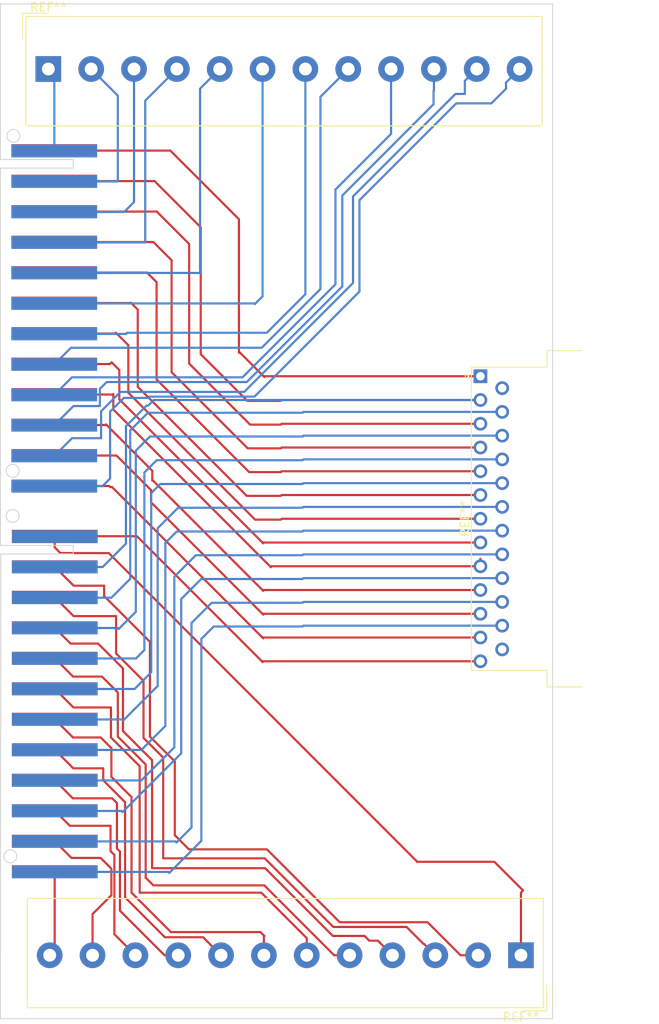
<source format=kicad_pcb>
(kicad_pcb (version 20221018) (generator pcbnew)
  (layers (0 "F.Cu" signal) (31 "B.Cu" signal) (34 "B.Paste" user) (35 "F.Paste" user) (36 "B.SilkS" user "B.Silkscreen") (37 "F.SilkS" user "F.Silkscreen") (38 "B.Mask" user) (39 "F.Mask" user) (44 "Edge.Cuts" user))
  (net 0 "")
  (footprint "infnoise_goldfingers:Gold Finger PCB" (layer "F.Cu") (at 123.569748 124.04 -90)
    (fp_text reference "SW2" hide)
    (fp_text value "MC74VHC1G66DFT1G" hide)
    (pad "1" smd rect (at -19.558 5.588 270) (size 1.5 10) (layers "F.Cu" "F.Paste" "F.Mask"))
    (pad "2" smd rect (at -16.002 5.588 270) (size 1.5 10) (layers "F.Cu" "F.Paste" "F.Mask"))
    (pad "3" smd rect (at -12.446 5.588 270) (size 1.5 10) (layers "F.Cu" "F.Paste" "F.Mask"))
    (pad "4" smd rect (at -8.89 5.588 270) (size 1.5 10) (layers "F.Cu" "F.Paste" "F.Mask"))
    (pad "5" smd rect (at -5.334 5.588 270) (size 1.5 10) (layers "F.Cu" "F.Paste" "F.Mask"))
    (pad "6" smd rect (at -1.778 5.588 270) (size 1.5 10) (layers "F.Cu" "F.Paste" "F.Mask"))
    (pad "7" smd rect (at 1.778 5.588 270) (size 1.5 10) (layers "F.Cu" "F.Paste" "F.Mask"))
    (pad "8" smd rect (at 5.334 5.588 270) (size 1.5 10) (layers "F.Cu" "F.Paste" "F.Mask"))
    (pad "9" smd rect (at 8.89 5.588 270) (size 1.5 10) (layers "F.Cu" "F.Paste" "F.Mask"))
    (pad "10" smd rect (at 12.446 5.588 270) (size 1.5 10) (layers "F.Cu" "F.Paste" "F.Mask"))
    (pad "11" smd rect (at 16.002 5.588 270) (size 1.5 10) (layers "F.Cu" "F.Paste" "F.Mask"))
    (pad "12" smd rect (at 19.558 5.588 270) (size 1.5 10) (layers "F.Cu" "F.Paste" "F.Mask"))
  )
  (footprint "infnoise_goldfingers:Gold Finger PCB" (layer "F.Cu") (at 123.513948 79.066 -90)
    (fp_text reference "SW2" hide)
    (fp_text value "MC74VHC1G66DFT1G" hide)
    (pad "1" smd rect (at -19.558 5.588 270) (size 1.5 10) (layers "F.Cu" "F.Paste" "F.Mask"))
    (pad "2" smd rect (at -16.002 5.588 270) (size 1.5 10) (layers "F.Cu" "F.Paste" "F.Mask"))
    (pad "3" smd rect (at -12.446 5.588 270) (size 1.5 10) (layers "F.Cu" "F.Paste" "F.Mask"))
    (pad "4" smd rect (at -8.89 5.588 270) (size 1.5 10) (layers "F.Cu" "F.Paste" "F.Mask"))
    (pad "5" smd rect (at -5.334 5.588 270) (size 1.5 10) (layers "F.Cu" "F.Paste" "F.Mask"))
    (pad "6" smd rect (at -1.778 5.588 270) (size 1.5 10) (layers "F.Cu" "F.Paste" "F.Mask"))
    (pad "7" smd rect (at 1.778 5.588 270) (size 1.5 10) (layers "F.Cu" "F.Paste" "F.Mask"))
    (pad "8" smd rect (at 5.334 5.588 270) (size 1.5 10) (layers "F.Cu" "F.Paste" "F.Mask"))
    (pad "9" smd rect (at 8.89 5.588 270) (size 1.5 10) (layers "F.Cu" "F.Paste" "F.Mask"))
    (pad "10" smd rect (at 12.446 5.588 270) (size 1.5 10) (layers "F.Cu" "F.Paste" "F.Mask"))
    (pad "11" smd rect (at 16.002 5.588 270) (size 1.5 10) (layers "F.Cu" "F.Paste" "F.Mask"))
    (pad "12" smd rect (at 19.558 5.588 270) (size 1.5 10) (layers "F.Cu" "F.Paste" "F.Mask"))
  )
  (footprint "TerminalBlock_Altech:Altech_AK300_1x12_P5.00mm_45-Degree" (layer "F.Cu") (at 117.242498 49.9925)
    (fp_text reference "REF**" (at 0 -7.2) (layer "F.SilkS"))
    (fp_text value "Altech_AK300_1x12_P5.00mm_45-Degree")
    (fp_line (start -3 -6.5) (end 0 -6.5) (stroke (width 0.12)) (layer "F.SilkS"))
    (fp_line (start -3 -3.5) (end -3 -6.5) (stroke (width 0.12)) (layer "F.SilkS"))
    (fp_line (start -2.62 -6.12) (end -2.62 6.62) (stroke (width 0.12)) (layer "F.SilkS"))
    (fp_line (start -2.62 -6.12) (end -2.62 6.62) (stroke (width 0.12)) (layer "F.SilkS"))
    (fp_line (start -2.62 -6.12) (end 57.62 -6.12) (stroke (width 0.12)) (layer "F.SilkS"))
    (fp_line (start -2.62 -6.12) (end 57.62 -6.12) (stroke (width 0.12)) (layer "F.SilkS"))
    (fp_line (start -2.62 6.62) (end 57.62 6.62) (stroke (width 0.12)) (layer "F.SilkS"))
    (fp_line (start -2.62 6.62) (end 57.62 6.62) (stroke (width 0.12)) (layer "F.SilkS"))
    (fp_line (start 57.62 -6.12) (end 57.62 6.62) (stroke (width 0.12)) (layer "F.SilkS"))
    (fp_line (start 57.62 -6.12) (end 57.62 6.62) (stroke (width 0.12)) (layer "F.SilkS"))
    (pad "1" thru_hole rect (at 0 0) (size 3 3) (drill 1.5) (layers "*.Cu" "*.Mask"))
    (pad "2" thru_hole circle (at 5 0) (size 3 3) (drill 1.5) (layers "*.Cu" "*.Mask"))
    (pad "3" thru_hole circle (at 10 0) (size 3 3) (drill 1.5) (layers "*.Cu" "*.Mask"))
    (pad "4" thru_hole circle (at 15 0) (size 3 3) (drill 1.5) (layers "*.Cu" "*.Mask"))
    (pad "5" thru_hole circle (at 20 0) (size 3 3) (drill 1.5) (layers "*.Cu" "*.Mask"))
    (pad "6" thru_hole circle (at 25 0) (size 3 3) (drill 1.5) (layers "*.Cu" "*.Mask"))
    (pad "7" thru_hole circle (at 30 0) (size 3 3) (drill 1.5) (layers "*.Cu" "*.Mask"))
    (pad "8" thru_hole circle (at 35 0) (size 3 3) (drill 1.5) (layers "*.Cu" "*.Mask"))
    (pad "9" thru_hole circle (at 40 0) (size 3 3) (drill 1.5) (layers "*.Cu" "*.Mask"))
    (pad "10" thru_hole circle (at 45 0) (size 3 3) (drill 1.5) (layers "*.Cu" "*.Mask"))
    (pad "11" thru_hole circle (at 50 0) (size 3 3) (drill 1.5) (layers "*.Cu" "*.Mask"))
    (pad "12" thru_hole circle (at 55 0) (size 3 3) (drill 1.5) (layers "*.Cu" "*.Mask"))
  )
  (footprint "Connector_Dsub:DSUB-25_Female_Horizontal_P2.77x2.54mm_EdgePinOffset9.40mm" (layer "F.Cu") (at 167.669667 85.825 90)
    (fp_text reference "REF**" (at -16.62 -1.8 90) (layer "F.SilkS"))
    (fp_text value "DSUB-25_Female_Horizontal_P2.77x2.54mm_EdgePinOffset9.40mm")
    (fp_line (start -36.23 7.78) (end -34.3 7.78) (stroke (width 0.12)) (layer "F.SilkS"))
    (fp_line (start -36.23 11.88) (end -36.23 7.78) (stroke (width 0.12)) (layer "F.SilkS"))
    (fp_line (start -34.3 -1.06) (end 1.06 -1.06) (stroke (width 0.12)) (layer "F.SilkS"))
    (fp_line (start -34.3 7.78) (end -34.3 -1.06) (stroke (width 0.12)) (layer "F.SilkS"))
    (fp_line (start -0.25 -1.754338) (end 0.25 -1.754338) (stroke (width 0.12)) (layer "F.SilkS"))
    (fp_line (start 0 -1.321325) (end -0.25 -1.754338) (stroke (width 0.12)) (layer "F.SilkS"))
    (fp_line (start 0.25 -1.754338) (end 0 -1.321325) (stroke (width 0.12)) (layer "F.SilkS"))
    (fp_line (start 1.06 -1.06) (end 1.06 7.78) (stroke (width 0.12)) (layer "F.SilkS"))
    (fp_line (start 1.06 7.78) (end 2.99 7.78) (stroke (width 0.12)) (layer "F.SilkS"))
    (fp_line (start 2.99 7.78) (end 2.99 11.88) (stroke (width 0.12)) (layer "F.SilkS"))
    (pad "1" thru_hole rect (at 0 0 90) (size 1.6 1.6) (drill 1) (layers "*.Cu" "*.Mask"))
    (pad "2" thru_hole circle (at -2.77 0 90) (size 1.6 1.6) (drill 1) (layers "*.Cu" "*.Mask"))
    (pad "3" thru_hole circle (at -5.54 0 90) (size 1.6 1.6) (drill 1) (layers "*.Cu" "*.Mask"))
    (pad "4" thru_hole circle (at -8.31 0 90) (size 1.6 1.6) (drill 1) (layers "*.Cu" "*.Mask"))
    (pad "5" thru_hole circle (at -11.08 0 90) (size 1.6 1.6) (drill 1) (layers "*.Cu" "*.Mask"))
    (pad "6" thru_hole circle (at -13.85 0 90) (size 1.6 1.6) (drill 1) (layers "*.Cu" "*.Mask"))
    (pad "7" thru_hole circle (at -16.62 0 90) (size 1.6 1.6) (drill 1) (layers "*.Cu" "*.Mask"))
    (pad "8" thru_hole circle (at -19.39 0 90) (size 1.6 1.6) (drill 1) (layers "*.Cu" "*.Mask"))
    (pad "9" thru_hole circle (at -22.16 0 90) (size 1.6 1.6) (drill 1) (layers "*.Cu" "*.Mask"))
    (pad "10" thru_hole circle (at -24.93 0 90) (size 1.6 1.6) (drill 1) (layers "*.Cu" "*.Mask"))
    (pad "11" thru_hole circle (at -27.7 0 90) (size 1.6 1.6) (drill 1) (layers "*.Cu" "*.Mask"))
    (pad "12" thru_hole circle (at -30.47 0 90) (size 1.6 1.6) (drill 1) (layers "*.Cu" "*.Mask"))
    (pad "13" thru_hole circle (at -33.24 0 90) (size 1.6 1.6) (drill 1) (layers "*.Cu" "*.Mask"))
    (pad "14" thru_hole circle (at -1.385 2.54 90) (size 1.6 1.6) (drill 1) (layers "*.Cu" "*.Mask"))
    (pad "15" thru_hole circle (at -4.155 2.54 90) (size 1.6 1.6) (drill 1) (layers "*.Cu" "*.Mask"))
    (pad "16" thru_hole circle (at -6.925 2.54 90) (size 1.6 1.6) (drill 1) (layers "*.Cu" "*.Mask"))
    (pad "17" thru_hole circle (at -9.695 2.54 90) (size 1.6 1.6) (drill 1) (layers "*.Cu" "*.Mask"))
    (pad "18" thru_hole circle (at -12.465 2.54 90) (size 1.6 1.6) (drill 1) (layers "*.Cu" "*.Mask"))
    (pad "19" thru_hole circle (at -15.235 2.54 90) (size 1.6 1.6) (drill 1) (layers "*.Cu" "*.Mask"))
    (pad "20" thru_hole circle (at -18.005 2.54 90) (size 1.6 1.6) (drill 1) (layers "*.Cu" "*.Mask"))
    (pad "21" thru_hole circle (at -20.775 2.54 90) (size 1.6 1.6) (drill 1) (layers "*.Cu" "*.Mask"))
    (pad "22" thru_hole circle (at -23.545 2.54 90) (size 1.6 1.6) (drill 1) (layers "*.Cu" "*.Mask"))
    (pad "23" thru_hole circle (at -26.315 2.54 90) (size 1.6 1.6) (drill 1) (layers "*.Cu" "*.Mask"))
    (pad "24" thru_hole circle (at -29.085 2.54 90) (size 1.6 1.6) (drill 1) (layers "*.Cu" "*.Mask"))
    (pad "25" thru_hole circle (at -31.855 2.54 90) (size 1.6 1.6) (drill 1) (layers "*.Cu" "*.Mask"))
  )
  (footprint "TerminalBlock_Altech:Altech_AK300_1x12_P5.00mm_45-Degree" (layer "F.Cu") (at 172.4 153.35 180)
    (fp_text reference "REF**" (at 0 -7.2) (layer "F.SilkS"))
    (fp_text value "Altech_AK300_1x12_P5.00mm_45-Degree")
    (fp_line (start -3 -6.5) (end 0 -6.5) (stroke (width 0.12)) (layer "F.SilkS"))
    (fp_line (start -3 -3.5) (end -3 -6.5) (stroke (width 0.12)) (layer "F.SilkS"))
    (fp_line (start -2.62 -6.12) (end -2.62 6.62) (stroke (width 0.12)) (layer "F.SilkS"))
    (fp_line (start -2.62 -6.12) (end -2.62 6.62) (stroke (width 0.12)) (layer "F.SilkS"))
    (fp_line (start -2.62 -6.12) (end 57.62 -6.12) (stroke (width 0.12)) (layer "F.SilkS"))
    (fp_line (start -2.62 -6.12) (end 57.62 -6.12) (stroke (width 0.12)) (layer "F.SilkS"))
    (fp_line (start -2.62 6.62) (end 57.62 6.62) (stroke (width 0.12)) (layer "F.SilkS"))
    (fp_line (start -2.62 6.62) (end 57.62 6.62) (stroke (width 0.12)) (layer "F.SilkS"))
    (fp_line (start 57.62 -6.12) (end 57.62 6.62) (stroke (width 0.12)) (layer "F.SilkS"))
    (fp_line (start 57.62 -6.12) (end 57.62 6.62) (stroke (width 0.12)) (layer "F.SilkS"))
    (pad "1" thru_hole rect (at 0 0 180) (size 3 3) (drill 1.5) (layers "*.Cu" "*.Mask"))
    (pad "2" thru_hole circle (at 5 0 180) (size 3 3) (drill 1.5) (layers "*.Cu" "*.Mask"))
    (pad "3" thru_hole circle (at 10 0 180) (size 3 3) (drill 1.5) (layers "*.Cu" "*.Mask"))
    (pad "4" thru_hole circle (at 15 0 180) (size 3 3) (drill 1.5) (layers "*.Cu" "*.Mask"))
    (pad "5" thru_hole circle (at 20 0 180) (size 3 3) (drill 1.5) (layers "*.Cu" "*.Mask"))
    (pad "6" thru_hole circle (at 25 0 180) (size 3 3) (drill 1.5) (layers "*.Cu" "*.Mask"))
    (pad "7" thru_hole circle (at 30 0 180) (size 3 3) (drill 1.5) (layers "*.Cu" "*.Mask"))
    (pad "8" thru_hole circle (at 35 0 180) (size 3 3) (drill 1.5) (layers "*.Cu" "*.Mask"))
    (pad "9" thru_hole circle (at 40 0 180) (size 3 3) (drill 1.5) (layers "*.Cu" "*.Mask"))
    (pad "10" thru_hole circle (at 45 0 180) (size 3 3) (drill 1.5) (layers "*.Cu" "*.Mask"))
    (pad "11" thru_hole circle (at 50 0 180) (size 3 3) (drill 1.5) (layers "*.Cu" "*.Mask"))
    (pad "12" thru_hole circle (at 55 0 180) (size 3 3) (drill 1.5) (layers "*.Cu" "*.Mask"))
  )
  (footprint "infnoise_goldfingers:Gold Finger PCB bottom" (layer "B.Cu") (at 123.587998 126.128 90)
    (fp_text reference "SW2" hide)
    (fp_text value "MC74VHC1G66DFT1G" hide)
    (pad "1" smd rect (at 21.59 -5.588 90) (size 1.5 10) (layers "B.Cu" "B.Paste" "B.Mask"))
    (pad "2" smd rect (at 18.058 -5.588 90) (size 1.5 10) (layers "B.Cu" "B.Paste" "B.Mask"))
    (pad "3" smd rect (at 14.478 -5.588 90) (size 1.5 10) (layers "B.Cu" "B.Paste" "B.Mask"))
    (pad "4" smd rect (at 10.946 -5.588 90) (size 1.5 10) (layers "B.Cu" "B.Paste" "B.Mask"))
    (pad "5" smd rect (at 7.39 -5.588 90) (size 1.5 10) (layers "B.Cu" "B.Paste" "B.Mask"))
    (pad "6" smd rect (at 3.834 -5.588 90) (size 1.5 10) (layers "B.Cu" "B.Paste" "B.Mask"))
    (pad "7" smd rect (at 0.278 -5.588 90) (size 1.5 10) (layers "B.Cu" "B.Paste" "B.Mask"))
    (pad "8" smd rect (at -3.278 -5.588 90) (size 1.5 10) (layers "B.Cu" "B.Paste" "B.Mask"))
    (pad "9" smd rect (at -6.834 -5.588 90) (size 1.5 10) (layers "B.Cu" "B.Paste" "B.Mask"))
    (pad "10" smd rect (at -10.39 -5.588 90) (size 1.5 10) (layers "B.Cu" "B.Paste" "B.Mask"))
    (pad "11" smd rect (at -13.946 -5.588 90) (size 1.5 10) (layers "B.Cu" "B.Paste" "B.Mask"))
    (pad "12" smd rect (at -17.502 -5.588 90) (size 1.5 10) (layers "B.Cu" "B.Paste" "B.Mask"))
  )
  (footprint "infnoise_goldfingers:Gold Finger PCB bottom" (layer "B.Cu") (at 112.356198 77.054 -90)
    (fp_text reference "SW2" hide)
    (fp_text value "MC74VHC1G66DFT1G" hide)
    (pad "1" smd rect (at 21.59 -5.588 270) (size 1.5 10) (layers "B.Cu" "B.Paste" "B.Mask"))
    (pad "2" smd rect (at 18.058 -5.588 270) (size 1.5 10) (layers "B.Cu" "B.Paste" "B.Mask"))
    (pad "3" smd rect (at 14.478 -5.588 270) (size 1.5 10) (layers "B.Cu" "B.Paste" "B.Mask"))
    (pad "4" smd rect (at 10.946 -5.588 270) (size 1.5 10) (layers "B.Cu" "B.Paste" "B.Mask"))
    (pad "5" smd rect (at 7.39 -5.588 270) (size 1.5 10) (layers "B.Cu" "B.Paste" "B.Mask"))
    (pad "6" smd rect (at 3.834 -5.588 270) (size 1.5 10) (layers "B.Cu" "B.Paste" "B.Mask"))
    (pad "7" smd rect (at 0.278 -5.588 270) (size 1.5 10) (layers "B.Cu" "B.Paste" "B.Mask"))
    (pad "8" smd rect (at -3.278 -5.588 270) (size 1.5 10) (layers "B.Cu" "B.Paste" "B.Mask"))
    (pad "9" smd rect (at -6.834 -5.588 270) (size 1.5 10) (layers "B.Cu" "B.Paste" "B.Mask"))
    (pad "10" smd rect (at -10.39 -5.588 270) (size 1.5 10) (layers "B.Cu" "B.Paste" "B.Mask"))
    (pad "11" smd rect (at -13.946 -5.588 270) (size 1.5 10) (layers "B.Cu" "B.Paste" "B.Mask"))
    (pad "12" smd rect (at -17.502 -5.588 270) (size 1.5 10) (layers "B.Cu" "B.Paste" "B.Mask"))
  )
  (gr_line (start 111.65 105.55) (end 120.15 105.55) (stroke (width 0.1)) (layer "Edge.Cuts"))
  (gr_line (start 120.15 60.55) (end 120.15 61.55) (stroke (width 0.1)) (layer "Edge.Cuts"))
  (gr_line (start 111.65 160.75) (end 176.1 160.75) (stroke (width 0.1)) (layer "Edge.Cuts"))
  (gr_line (start 111.65 60.55) (end 120.15 60.55) (stroke (width 0.1)) (layer "Edge.Cuts"))
  (gr_line (start 120.15 61.55) (end 111.65 61.55) (stroke (width 0.1)) (layer "Edge.Cuts"))
  (gr_line (start 176.1 160.75) (end 176.1 42.4) (stroke (width 0.1)) (layer "Edge.Cuts"))
  (gr_line (start 176.1 42.4) (end 111.65 42.4) (stroke (width 0.1)) (layer "Edge.Cuts"))
  (gr_circle (center 113.08 96.855282) (end 113.48 97.495282) (stroke (width 0.1)) (fill none) (layer "Edge.Cuts"))
  (gr_circle (center 113.16 57.785282) (end 113.56 58.425282) (stroke (width 0.1)) (fill none) (layer "Edge.Cuts"))
  (gr_circle (center 112.8 141.815282) (end 113.2 142.455282) (stroke (width 0.1)) (fill none) (layer "Edge.Cuts"))
  (gr_line (start 120.15 105.55) (end 120.15 106.55) (stroke (width 0.1)) (layer "Edge.Cuts"))
  (gr_circle (center 113.08 102.11) (end 113.48 102.75) (stroke (width 0.1)) (fill none) (layer "Edge.Cuts"))
  (gr_line (start 111.65 61.55) (end 111.65 105.55) (stroke (width 0.1)) (layer "Edge.Cuts"))
  (gr_line (start 111.65 160.75) (end 111.7 106.55) (stroke (width 0.1)) (layer "Edge.Cuts"))
  (gr_line (start 111.65 42.4) (end 111.65 60.55) (stroke (width 0.1)) (layer "Edge.Cuts"))
  (gr_line (start 120.15 106.55) (end 111.7 106.55) (stroke (width 0.1)) (layer "Edge.Cuts"))
  (segment (start 141.990473 116.059525) (end 124.680948 98.75) (width 0.25) (layer "F.Cu") (net 0))
  (segment (start 140.470948 88.695) (end 135.025948 83.25) (width 0.25) (layer "F.Cu") (net 0))
  (segment (start 117.981748 125.818) (end 120.113748 127.95) (width 0.25) (layer "F.Cu") (net 0))
  (segment (start 129.225948 99.1) (end 125.193948 95.068) (width 0.25) (layer "F.Cu") (net 0))
  (segment (start 122.4 148.55) (end 122.4 153.35) (width 0.25) (layer "F.Cu") (net 0))
  (segment (start 117.981748 104.482) (end 117.981748 105.781748) (width 0.25) (layer "F.Cu") (net 0))
  (segment (start 142.45 151.1) (end 142.4 151.15) (width 0.25) (layer "F.Cu") (net 0))
  (segment (start 120.157748 131.55) (end 123.65 131.55) (width 0.25) (layer "F.Cu") (net 0))
  (segment (start 127.581998 104.482) (end 142.124998 119.025) (width 0.25) (layer "F.Cu") (net 0))
  (segment (start 142.325948 110.855) (end 142.235473 110.764525) (width 0.25) (layer "F.Cu") (net 0))
  (segment (start 144.469667 91.365) (end 144.369667 91.465) (width 0.25) (layer "F.Cu") (net 0))
  (segment (start 167.669667 107.985) (end 167.669667 107.1) (width 0.25) (layer "F.Cu") (net 0))
  (segment (start 142.225948 116.295) (end 141.990473 116.059525) (width 0.25) (layer "F.Cu") (net 0))
  (segment (start 155.7 151.65) (end 157.4 153.35) (width 0.25) (layer "F.Cu") (net 0))
  (segment (start 165.35 153.35) (end 167.4 153.35) (width 0.25) (layer "F.Cu") (net 0))
  (segment (start 161 152) (end 161.05 152) (width 0.25) (layer "F.Cu") (net 0))
  (segment (start 129.875948 74.85) (end 128.757948 73.732) (width 0.25) (layer "F.Cu") (net 0))
  (segment (start 142.124998 119.025) (end 142.264998 119.165) (width 0.25) (layer "F.Cu") (net 0))
  (segment (start 129.1 116.8) (end 129.1 127.85) (width 0.25) (layer "F.Cu") (net 0))
  (segment (start 126.875948 77.25) (end 126.837948 77.288) (width 0.25) (layer "F.Cu") (net 0))
  (segment (start 140.510948 94.235) (end 131.625948 85.35) (width 0.25) (layer "F.Cu") (net 0))
  (segment (start 131.483948 59.508) (end 117.925948 59.508) (width 0.25) (layer "F.Cu") (net 0))
  (segment (start 133.675948 70.4) (end 129.875948 66.6) (width 0.25) (layer "F.Cu") (net 0))
  (segment (start 167.669667 113.525) (end 142.225948 113.525) (width 0.25) (layer "F.Cu") (net 0))
  (segment (start 167.669667 107.985) (end 143.310948 107.985) (width 0.25) (layer "F.Cu") (net 0))
  (segment (start 129.225948 100.525) (end 129.225948 99.1) (width 0.25) (layer "F.Cu") (net 0))
  (segment (start 129.501948 70.176) (end 117.925948 70.176) (width 0.25) (layer "F.Cu") (net 0))
  (segment (start 151.25 149.5) (end 161.5 149.5) (width 0.25) (layer "F.Cu") (net 0))
  (segment (start 131.625948 85.35) (end 131.625948 72.3) (width 0.25) (layer "F.Cu") (net 0))
  (segment (start 117.981748 118.706) (end 120.125748 120.85) (width 0.25) (layer "F.Cu") (net 0))
  (segment (start 142.325948 105.315) (end 142.205473 105.194525) (width 0.25) (layer "F.Cu") (net 0))
  (segment (start 141.370948 102.545) (end 126.575948 87.75) (width 0.25) (layer "F.Cu") (net 0))
  (segment (start 150.5 150.05) (end 159.05 150.05) (width 0.25) (layer "F.Cu") (net 0))
  (segment (start 124.3 106.45) (end 160.25 142.4) (width 0.25) (layer "F.Cu") (net 0))
  (segment (start 126.575948 87.75) (end 126.575948 82.2) (width 0.25) (layer "F.Cu") (net 0))
  (segment (start 160.25 142.45) (end 169.3 142.45) (width 0.25) (layer "F.Cu") (net 0))
  (segment (start 154.7 151.65) (end 155.7 151.65) (width 0.25) (layer "F.Cu") (net 0))
  (segment (start 160.25 142.4) (end 160.25 142.45) (width 0.25) (layer "F.Cu") (net 0))
  (segment (start 126.2 135.5) (end 126.2 146.6) (width 0.25) (layer "F.Cu") (net 0))
  (segment (start 142.225948 113.525) (end 142.100473 113.399525) (width 0.25) (layer "F.Cu") (net 0))
  (segment (start 119.745748 138.25) (end 124.5 138.25) (width 0.25) (layer "F.Cu") (net 0))
  (segment (start 167.669667 119.065) (end 142.164998 119.065) (width 0.25) (layer "F.Cu") (net 0))
  (segment (start 161.5 149.5) (end 165.35 153.35) (width 0.25) (layer "F.Cu") (net 0))
  (segment (start 154.15 151.1) (end 154.7 151.65) (width 0.25) (layer "F.Cu") (net 0))
  (segment (start 128.35 121.35) (end 128.35 128) (width 0.25) (layer "F.Cu") (net 0))
  (segment (start 142.4 151.15) (end 142.4 153.35) (width 0.25) (layer "F.Cu") (net 0))
  (segment (start 144.369667 94.235) (end 140.510948 94.235) (width 0.25) (layer "F.Cu") (net 0))
  (segment (start 167.669667 96.905) (end 144.469667 96.905) (width 0.25) (layer "F.Cu") (net 0))
  (segment (start 144.369667 97.005) (end 140.680948 97.005) (width 0.25) (layer "F.Cu") (net 0))
  (segment (start 128.35 128) (end 130.65 130.3) (width 0.25) (layer "F.Cu") (net 0))
  (segment (start 139.485948 67.51) (end 131.483948 59.508) (width 0.25) (layer "F.Cu") (net 0))
  (segment (start 129.611948 63.064) (end 117.925948 63.064) (width 0.25) (layer "F.Cu") (net 0))
  (segment (start 117.981748 140.042) (end 119.939748 142) (width 0.25) (layer "F.Cu") (net 0))
  (segment (start 130.85 151.25) (end 135.3 151.25) (width 0.25) (layer "F.Cu") (net 0))
  (segment (start 130.65 130.3) (end 130.65 142.05) (width 0.25) (layer "F.Cu") (net 0))
  (segment (start 142.360948 85.825) (end 142.192973 85.657025) (width 0.25) (layer "F.Cu") (net 0))
  (segment (start 125.25 135.6) (end 125.25 140.9) (width 0.25) (layer "F.Cu") (net 0))
  (segment (start 124.349948 98.624) (end 117.925948 98.624) (width 0.25) (layer "F.Cu") (net 0))
  (segment (start 126.575948 82.2) (end 125.125948 80.75) (width 0.25) (layer "F.Cu") (net 0))
  (segment (start 132 139.35) (end 133.65 141) (width 0.25) (layer "F.Cu") (net 0))
  (segment (start 124.95 150.9) (end 127.4 153.35) (width 0.25) (layer "F.Cu") (net 0))
  (segment (start 172.65 145.8) (end 172.4 146.05) (width 0.25) (layer "F.Cu") (net 0))
  (segment (start 125.35 127.85) (end 128.6 131.1) (width 0.25) (layer "F.Cu") (net 0))
  (segment (start 123.05 117) (end 125.95 119.9) (width 0.25) (layer "F.Cu") (net 0))
  (segment (start 124.825948 87.9) (end 124.769948 87.956) (width 0.25) (layer "F.Cu") (net 0))
  (segment (start 117.981748 136.486) (end 119.745748 138.25) (width 0.25) (layer "F.Cu") (net 0))
  (segment (start 124.5 138.25) (end 124.5 141.2) (width 0.25) (layer "F.Cu") (net 0))
  (segment (start 150.6 153.35) (end 152.4 153.35) (width 0.25) (layer "F.Cu") (net 0))
  (segment (start 142.205473 105.194525) (end 125.560948 88.55) (width 0.25) (layer "F.Cu") (net 0))
  (segment (start 127.675948 78.05) (end 126.875948 77.25) (width 0.25) (layer "F.Cu") (net 0))
  (segment (start 123.75 110.25) (end 123.75 111.45) (width 0.25) (layer "F.Cu") (net 0))
  (segment (start 124.825948 89.7) (end 124.825948 87.9) (width 0.25) (layer "F.Cu") (net 0))
  (segment (start 117.981748 111.594) (end 120.187748 113.8) (width 0.25) (layer "F.Cu") (net 0))
  (segment (start 167.669667 102.445) (end 144.469667 102.445) (width 0.25) (layer "F.Cu") (net 0))
  (segment (start 144.469667 96.905) (end 144.369667 97.005) (width 0.25) (layer "F.Cu") (net 0))
  (segment (start 144.149998 88.595) (end 144.049998 88.695) (width 0.25) (layer "F.Cu") (net 0))
  (segment (start 131.55 150.65) (end 142 150.65) (width 0.25) (layer "F.Cu") (net 0))
  (segment (start 128.6 131.1) (end 128.6 144.3) (width 0.25) (layer "F.Cu") (net 0))
  (segment (start 144.369667 102.545) (end 141.370948 102.545) (width 0.25) (layer "F.Cu") (net 0))
  (segment (start 139.485948 82.95) (end 139.485948 67.51) (width 0.25) (layer "F.Cu") (net 0))
  (segment (start 167.669667 94.135) (end 144.469667 94.135) (width 0.25) (layer "F.Cu") (net 0))
  (segment (start 135.3 151.25) (end 137.4 153.35) (width 0.25) (layer "F.Cu") (net 0))
  (segment (start 126.95 146.05) (end 131.55 150.65) (width 0.25) (layer "F.Cu") (net 0))
  (segment (start 143.210948 108.085) (end 124.825948 89.7) (width 0.25) (layer "F.Cu") (net 0))
  (segment (start 142.1 146.05) (end 147.4 151.35) (width 0.25) (layer "F.Cu") (net 0))
  (segment (start 125.25 140.9) (end 125.6 141.25) (width 0.25) (layer "F.Cu") (net 0))
  (segment (start 125.560948 88.55) (end 125.525948 88.55) (width 0.25) (layer "F.Cu") (net 0))
  (segment (start 124.6 143.25) (end 124.6 146.35) (width 0.25) (layer "F.Cu") (net 0))
  (segment (start 140.400948 99.775) (end 127.675948 87.05) (width 0.25) (layer "F.Cu") (net 0))
  (segment (start 117.981748 115.15) (end 119.831748 117) (width 0.25) (layer "F.Cu") (net 0))
  (segment (start 140.790948 91.465) (end 133.675948 84.35) (width 0.25) (layer "F.Cu") (net 0))
  (segment (start 144.469667 99.675) (end 144.369667 99.775) (width 0.25) (layer "F.Cu") (net 0))
  (segment (start 125.525948 88.55) (end 125.525948 85.1) (width 0.25) (layer "F.Cu") (net 0))
  (segment (start 142.325948 116.395) (end 141.990473 116.059525) (width 0.25) (layer "F.Cu") (net 0))
  (segment (start 159.05 150.05) (end 161 152) (width 0.25) (layer "F.Cu") (net 0))
  (segment (start 143.310948 107.985) (end 143.210948 108.085) (width 0.25) (layer "F.Cu") (net 0))
  (segment (start 167.669667 110.755) (end 142.244998 110.755) (width 0.25) (layer "F.Cu") (net 0))
  (segment (start 126.2 146.6) (end 130.85 151.25) (width 0.25) (layer "F.Cu") (net 0))
  (segment (start 125.6 141.25) (end 125.6 148.15) (width 0.25) (layer "F.Cu") (net 0))
  (segment (start 124.5 141.2) (end 124.95 141.65) (width 0.25) (layer "F.Cu") (net 0))
  (segment (start 125.95 127.2) (end 129.35 130.6) (width 0.25) (layer "F.Cu") (net 0))
  (segment (start 124.769948 87.956) (end 117.925948 87.956) (width 0.25) (layer "F.Cu") (net 0))
  (segment (start 127.9 131.3) (end 127.9 146.05) (width 0.25) (layer "F.Cu") (net 0))
  (segment (start 117.981748 152.768252) (end 117.4 153.35) (width 0.25) (layer "F.Cu") (net 0))
  (segment (start 125.6 148.15) (end 130.8 153.35) (width 0.25) (layer "F.Cu") (net 0))
  (segment (start 123.35 127.95) (end 124.6 129.2) (width 0.25) (layer "F.Cu") (net 0))
  (segment (start 144.469667 102.445) (end 144.369667 102.545) (width 0.25) (layer "F.Cu") (net 0))
  (segment (start 124.425948 84.4) (end 117.925948 84.4) (width 0.25) (layer "F.Cu") (net 0))
  (segment (start 142 150.65) (end 142.45 151.1) (width 0.25) (layer "F.Cu") (net 0))
  (segment (start 123.35 142) (end 124.6 143.25) (width 0.25) (layer "F.Cu") (net 0))
  (segment (start 167.669667 116.295) (end 142.225948 116.295) (width 0.25) (layer "F.Cu") (net 0))
  (segment (start 117.981748 129.374) (end 120.157748 131.55) (width 0.25) (layer "F.Cu") (net 0))
  (segment (start 131.625948 72.3) (end 129.501948 70.176) (width 0.25) (layer "F.Cu") (net 0))
  (segment (start 123.65 131.55) (end 123.65 132.95) (width 0.25) (layer "F.Cu") (net 0))
  (segment (start 124.680948 98.75) (end 124.475948 98.75) (width 0.25) (layer "F.Cu") (net 0))
  (segment (start 142.235473 110.764525) (end 129.470948 98) (width 0.25) (layer "F.Cu") (net 0))
  (segment (start 140.680948 97.005) (end 129.875948 86.2) (width 0.25) (layer "F.Cu") (net 0))
  (segment (start 142.55 143.2) (end 150.45 151.1) (width 0.25) (layer "F.Cu") (net 0))
  (segment (start 118.65 106.45) (end 124.3 106.45) (width 0.25) (layer "F.Cu") (net 0))
  (segment (start 129.875948 86.2) (end 129.875948 74.85) (width 0.25) (layer "F.Cu") (net 0))
  (segment (start 142.100473 113.399525) (end 129.225948 100.525) (width 0.25) (layer "F.Cu") (net 0))
  (segment (start 127.9 146.05) (end 142.1 146.05) (width 0.25) (layer "F.Cu") (net 0))
  (segment (start 120.193748 110.25) (end 123.75 110.25) (width 0.25) (layer "F.Cu") (net 0))
  (segment (start 142.45 145.2) (end 150.6 153.35) (width 0.25) (layer "F.Cu") (net 0))
  (segment (start 125.525948 85.1) (end 124.625948 84.2) (width 0.25) (layer "F.Cu") (net 0))
  (segment (start 125.125948 80.75) (end 125.031948 80.844) (width 0.25) (layer "F.Cu") (net 0))
  (segment (start 128.757948 73.732) (end 117.925948 73.732) (width 0.25) (layer "F.Cu") (net 0))
  (segment (start 135.025948 83.25) (end 135.025948 68.45) (width 0.25) (layer "F.Cu") (net 0))
  (segment (start 172.4 146.05) (end 172.4 153.35) (width 0.25) (layer "F.Cu") (net 0))
  (segment (start 169.3 142.45) (end 172.65 145.8) (width 0.25) (layer "F.Cu") (net 0))
  (segment (start 142.460948 85.925) (end 142.192973 85.657025) (width 0.25) (layer "F.Cu") (net 0))
  (segment (start 124.6 129.2) (end 124.6 132.55) (width 0.25) (layer "F.Cu") (net 0))
  (segment (start 125.15 118.15) (end 128.35 121.35) (width 0.25) (layer "F.Cu") (net 0))
  (segment (start 142.5 142.05) (end 150.5 150.05) (width 0.25) (layer "F.Cu") (net 0))
  (segment (start 142.225948 105.215) (end 142.205473 105.194525) (width 0.25) (layer "F.Cu") (net 0))
  (segment (start 167.669667 91.365) (end 144.469667 91.365) (width 0.25) (layer "F.Cu") (net 0))
  (segment (start 119.831748 117) (end 123.05 117) (width 0.25) (layer "F.Cu") (net 0))
  (segment (start 130.8 153.35) (end 132.4 153.35) (width 0.25) (layer "F.Cu") (net 0))
  (segment (start 129.35 143.2) (end 142.55 143.2) (width 0.25) (layer "F.Cu") (net 0))
  (segment (start 127.675948 87.05) (end 127.675948 78.05) (width 0.25) (layer "F.Cu") (net 0))
  (segment (start 125.031948 80.844) (end 117.925948 80.844) (width 0.25) (layer "F.Cu") (net 0))
  (segment (start 130.65 142.05) (end 142.5 142.05) (width 0.25) (layer "F.Cu") (net 0))
  (segment (start 123.975948 91.45) (end 123.913948 91.512) (width 0.25) (layer "F.Cu") (net 0))
  (segment (start 125.193948 95.068) (end 117.925948 95.068) (width 0.25) (layer "F.Cu") (net 0))
  (segment (start 124.95 141.65) (end 124.95 150.9) (width 0.25) (layer "F.Cu") (net 0))
  (segment (start 124.55 124.45) (end 124.55 127.95) (width 0.25) (layer "F.Cu") (net 0))
  (segment (start 167.669667 99.675) (end 144.469667 99.675) (width 0.25) (layer "F.Cu") (net 0))
  (segment (start 120.101748 135.05) (end 124.7 135.05) (width 0.25) (layer "F.Cu") (net 0))
  (segment (start 125.15 113.8) (end 125.15 118.15) (width 0.25) (layer "F.Cu") (net 0))
  (segment (start 142.244998 110.755) (end 142.235473 110.764525) (width 0.25) (layer "F.Cu") (net 0))
  (segment (start 129.855948 66.62) (end 117.925948 66.62) (width 0.25) (layer "F.Cu") (net 0))
  (segment (start 150.45 151.1) (end 154.15 151.1) (width 0.25) (layer "F.Cu") (net 0))
  (segment (start 119.939748 142) (end 123.35 142) (width 0.25) (layer "F.Cu") (net 0))
  (segment (start 144.369667 88.695) (end 144.049998 88.695) (width 0.25) (layer "F.Cu") (net 0))
  (segment (start 142.325948 113.625) (end 142.100473 113.399525) (width 0.25) (layer "F.Cu") (net 0))
  (segment (start 125.95 119.9) (end 125.95 127.2) (width 0.25) (layer "F.Cu") (net 0))
  (segment (start 126.95 134.9) (end 126.95 146.05) (width 0.25) (layer "F.Cu") (net 0))
  (segment (start 124.625948 84.2) (end 124.425948 84.4) (width 0.25) (layer "F.Cu") (net 0))
  (segment (start 129.1 127.85) (end 132 130.75) (width 0.25) (layer "F.Cu") (net 0))
  (segment (start 120.169748 124.45) (end 124.55 124.45) (width 0.25) (layer "F.Cu") (net 0))
  (segment (start 117.981748 122.262) (end 120.169748 124.45) (width 0.25) (layer "F.Cu") (net 0))
  (segment (start 126.837948 77.288) (end 117.925948 77.288) (width 0.25) (layer "F.Cu") (net 0))
  (segment (start 129.625948 63.05) (end 129.611948 63.064) (width 0.25) (layer "F.Cu") (net 0))
  (segment (start 123.75 111.45) (end 129.1 116.8) (width 0.25) (layer "F.Cu") (net 0))
  (segment (start 124.6 146.35) (end 122.4 148.55) (width 0.25) (layer "F.Cu") (net 0))
  (segment (start 167.669667 105.215) (end 142.225948 105.215) (width 0.25) (layer "F.Cu") (net 0))
  (segment (start 161.05 152) (end 162.4 153.35) (width 0.25) (layer "F.Cu") (net 0))
  (segment (start 142.164998 119.065) (end 142.124998 119.025) (width 0.25) (layer "F.Cu") (net 0))
  (segment (start 147.4 151.35) (end 147.4 153.35) (width 0.25) (layer "F.Cu") (net 0))
  (segment (start 129.375948 96.85) (end 123.975948 91.45) (width 0.25) (layer "F.Cu") (net 0))
  (segment (start 120.125748 120.85) (end 123.5 120.85) (width 0.25) (layer "F.Cu") (net 0))
  (segment (start 117.981748 105.781748) (end 118.65 106.45) (width 0.25) (layer "F.Cu") (net 0))
  (segment (start 129.470948 98) (end 129.375948 98) (width 0.25) (layer "F.Cu") (net 0))
  (segment (start 124.7 135.05) (end 125.25 135.6) (width 0.25) (layer "F.Cu") (net 0))
  (segment (start 139.485948 83.085) (end 139.485948 82.95) (width 0.25) (layer "F.Cu") (net 0))
  (segment (start 167.669667 85.825) (end 142.360948 85.825) (width 0.25) (layer "F.Cu") (net 0))
  (segment (start 124.55 127.95) (end 127.9 131.3) (width 0.25) (layer "F.Cu") (net 0))
  (segment (start 125.35 122.7) (end 125.35 127.85) (width 0.25) (layer "F.Cu") (net 0))
  (segment (start 129.5 145.2) (end 142.45 145.2) (width 0.25) (layer "F.Cu") (net 0))
  (segment (start 132 130.75) (end 132 139.35) (width 0.25) (layer "F.Cu") (net 0))
  (segment (start 117.981748 108.038) (end 120.193748 110.25) (width 0.25) (layer "F.Cu") (net 0))
  (segment (start 117.981748 104.482) (end 127.581998 104.482) (width 0.25) (layer "F.Cu") (net 0))
  (segment (start 129.35 130.6) (end 129.35 143.2) (width 0.25) (layer "F.Cu") (net 0))
  (segment (start 123.5 120.85) (end 125.35 122.7) (width 0.25) (layer "F.Cu") (net 0))
  (segment (start 129.875948 66.6) (end 129.855948 66.62) (width 0.25) (layer "F.Cu") (net 0))
  (segment (start 129.375948 98) (end 129.375948 96.85) (width 0.25) (layer "F.Cu") (net 0))
  (segment (start 133.65 141) (end 142.75 141) (width 0.25) (layer "F.Cu") (net 0))
  (segment (start 167.669667 88.595) (end 144.149998 88.595) (width 0.25) (layer "F.Cu") (net 0))
  (segment (start 117.981748 132.93) (end 120.101748 135.05) (width 0.25) (layer "F.Cu") (net 0))
  (segment (start 123.65 132.95) (end 126.2 135.5) (width 0.25) (layer "F.Cu") (net 0))
  (segment (start 128.6 144.3) (end 129.5 145.2) (width 0.25) (layer "F.Cu") (net 0))
  (segment (start 123.913948 91.512) (end 117.925948 91.512) (width 0.25) (layer "F.Cu") (net 0))
  (segment (start 120.113748 127.95) (end 123.35 127.95) (width 0.25) (layer "F.Cu") (net 0))
  (segment (start 120.187748 113.8) (end 125.15 113.8) (width 0.25) (layer "F.Cu") (net 0))
  (segment (start 124.6 132.55) (end 126.95 134.9) (width 0.25) (layer "F.Cu") (net 0))
  (segment (start 117.981748 143.598) (end 117.981748 152.768252) (width 0.25) (layer "F.Cu") (net 0))
  (segment (start 124.475948 98.75) (end 124.349948 98.624) (width 0.25) (layer "F.Cu") (net 0))
  (segment (start 144.469667 94.135) (end 144.369667 94.235) (width 0.25) (layer "F.Cu") (net 0))
  (segment (start 142.192973 85.657025) (end 139.485948 82.95) (width 0.25) (layer "F.Cu") (net 0))
  (segment (start 144.369667 91.465) (end 140.790948 91.465) (width 0.25) (layer "F.Cu") (net 0))
  (segment (start 142.75 141) (end 151.25 149.5) (width 0.25) (layer "F.Cu") (net 0))
  (segment (start 135.025948 68.45) (end 129.625948 63.05) (width 0.25) (layer "F.Cu") (net 0))
  (segment (start 144.369667 99.775) (end 140.400948 99.775) (width 0.25) (layer "F.Cu") (net 0))
  (segment (start 133.675948 84.35) (end 133.675948 70.4) (width 0.25) (layer "F.Cu") (net 0))
  (segment (start 144.049998 88.695) (end 140.470948 88.695) (width 0.25) (layer "F.Cu") (net 0))
  (segment (start 126.311998 80.888) (end 117.944198 80.888) (width 0.25) (layer "B.Cu") (net 0))
  (segment (start 146.909667 92.85) (end 129.099998 92.85) (width 0.25) (layer "B.Cu") (net 0))
  (segment (start 123.249998 87.3) (end 124.049998 86.5) (width 0.25) (layer "B.Cu") (net 0))
  (segment (start 119.994198 85.95) (end 139.899998 85.95) (width 0.25) (layer "B.Cu") (net 0))
  (segment (start 142.749998 80.75) (end 126.449998 80.75) (width 0.25) (layer "B.Cu") (net 0))
  (segment (start 137.242498 49.9925) (end 134.949998 52.285) (width 0.25) (layer "B.Cu") (net 0))
  (segment (start 128.549998 70.2) (end 128.529998 70.22) (width 0.25) (layer "B.Cu") (net 0))
  (segment (start 162.242498 52.5075) (end 162.242498 49.9925) (width 0.25) (layer "B.Cu") (net 0))
  (segment (start 123.555998 98.644) (end 124.449998 97.75) (width 0.25) (layer "B.Cu") (net 0))
  (segment (start 164.849998 54) (end 168.949998 54) (width 0.25) (layer "B.Cu") (net 0))
  (segment (start 130.309998 98.39) (end 129.249998 99.45) (width 0.25) (layer "B.Cu") (net 0))
  (segment (start 129.249998 99.45) (end 129.249998 120.35) (width 0.25) (layer "B.Cu") (net 0))
  (segment (start 164.749998 52.9) (end 165.849998 52.9) (width 0.25) (layer "B.Cu") (net 0))
  (segment (start 162.199998 52.55) (end 162.242498 52.5075) (width 0.25) (layer "B.Cu") (net 0))
  (segment (start 170.209667 95.52) (end 147.009667 95.52) (width 0.25) (layer "B.Cu") (net 0))
  (segment (start 152.799998 74.95) (end 152.799998 64.85) (width 0.25) (layer "B.Cu") (net 0))
  (segment (start 128.449998 97.05) (end 128.449998 117.75) (width 0.25) (layer "B.Cu") (net 0))
  (segment (start 151.549998 75.35) (end 151.549998 64.75) (width 0.25) (layer "B.Cu") (net 0))
  (segment (start 165.849998 52.9) (end 165.849998 51.385) (width 0.25) (layer "B.Cu") (net 0))
  (segment (start 124.599998 111.65) (end 126.799998 109.45) (width 0.25) (layer "B.Cu") (net 0))
  (segment (start 117.944198 91.532) (end 120.176198 89.3) (width 0.25) (layer "B.Cu") (net 0))
  (segment (start 132.389998 101.16) (end 129.999998 103.55) (width 0.25) (layer "B.Cu") (net 0))
  (segment (start 132.073998 140.074) (end 117.999998 140.074) (width 0.25) (layer "B.Cu") (net 0))
  (segment (start 170.209667 109.37) (end 147.009667 109.37) (width 0.25) (layer "B.Cu") (net 0))
  (segment (start 128.529998 70.22) (end 117.944198 70.22) (width 0.25) (layer "B.Cu") (net 0))
  (segment (start 129.999998 103.55) (end 129.999998 121.95) (width 0.25) (layer "B.Cu") (net 0))
  (segment (start 168.949998 54) (end 170.649998 52.3) (width 0.25) (layer "B.Cu") (net 0))
  (segment (start 152.799998 64.85) (end 164.749998 52.9) (width 0.25) (layer "B.Cu") (net 0))
  (segment (start 141.349998 77.4) (end 141.281998 77.332) (width 0.25) (layer "B.Cu") (net 0))
  (segment (start 126.449998 80.75) (end 126.311998 80.888) (width 0.25) (layer "B.Cu") (net 0))
  (segment (start 128.093998 129.406) (end 117.999998 129.406) (width 0.25) (layer "B.Cu") (net 0))
  (segment (start 147.009667 103.83) (end 146.909667 103.93) (width 0.25) (layer "B.Cu") (net 0))
  (segment (start 135.079998 109.47) (end 132.749998 111.8) (width 0.25) (layer "B.Cu") (net 0))
  (segment (start 153.549998 75.95) (end 153.549998 65.3) (width 0.25) (layer "B.Cu") (net 0))
  (segment (start 147.009667 98.29) (end 146.909667 98.39) (width 0.25) (layer "B.Cu") (net 0))
  (segment (start 136.539998 115.01) (end 135.099998 116.45) (width 0.25) (layer "B.Cu") (net 0))
  (segment (start 147.242498 76.2575) (end 142.749998 80.75) (width 0.25) (layer "B.Cu") (net 0))
  (segment (start 147.242498 49.9925) (end 147.242498 76.2575) (width 0.25) (layer "B.Cu") (net 0))
  (segment (start 162.199998 54.1) (end 162.199998 52.55) (width 0.25) (layer "B.Cu") (net 0))
  (segment (start 140.099998 87.65) (end 152.799998 74.95) (width 0.25) (layer "B.Cu") (net 0))
  (segment (start 125.899998 125.85) (end 117.999998 125.85) (width 0.25) (layer "B.Cu") (net 0))
  (segment (start 128.449998 117.75) (end 127.461998 118.738) (width 0.25) (layer "B.Cu") (net 0))
  (segment (start 135.099998 140) (end 131.349998 143.75) (width 0.25) (layer "B.Cu") (net 0))
  (segment (start 132.219998 103.93) (end 130.899998 105.25) (width 0.25) (layer "B.Cu") (net 0))
  (segment (start 150.749998 75.1) (end 150.749998 64.05) (width 0.25) (layer "B.Cu") (net 0))
  (segment (start 123.249998 89.3) (end 123.249998 87.3) (width 0.25) (layer "B.Cu") (net 0))
  (segment (start 150.749998 64.05) (end 157.242498 57.5575) (width 0.25) (layer "B.Cu") (net 0))
  (segment (start 131.349998 143.75) (end 131.229998 143.63) (width 0.25) (layer "B.Cu") (net 0))
  (segment (start 128.699998 89.25) (end 128.899998 89.25) (width 0.25) (layer "B.Cu") (net 0))
  (segment (start 170.209667 114.91) (end 147.009667 114.91) (width 0.25) (layer "B.Cu") (net 0))
  (segment (start 140.399998 86.5) (end 151.549998 75.35) (width 0.25) (layer "B.Cu") (net 0))
  (segment (start 127.449998 113.3) (end 125.449998 115.3) (width 0.25) (layer "B.Cu") (net 0))
  (segment (start 125.999998 125.95) (end 125.899998 125.85) (width 0.25) (layer "B.Cu") (net 0))
  (segment (start 129.554998 88.595) (end 167.669667 88.595) (width 0.25) (layer "B.Cu") (net 0))
  (segment (start 147.009667 95.52) (end 146.909667 95.62) (width 0.25) (layer "B.Cu") (net 0))
  (segment (start 147.009667 114.91) (end 146.909667 115.01) (width 0.25) (layer "B.Cu") (net 0))
  (segment (start 128.949998 88.35) (end 129.099998 88.2) (width 0.25) (layer "B.Cu") (net 0))
  (segment (start 128.899998 89.25) (end 129.554998 88.595) (width 0.25) (layer "B.Cu") (net 0))
  (segment (start 129.099998 92.85) (end 127.449998 94.5) (width 0.25) (layer "B.Cu") (net 0))
  (segment (start 117.999998 108.07) (end 123.579998 108.07) (width 0.25) (layer "B.Cu") (net 0))
  (segment (start 132.199998 140.2) (end 132.073998 140.074) (width 0.25) (layer "B.Cu") (net 0))
  (segment (start 170.209667 106.6) (end 147.009667 106.6) (width 0.25) (layer "B.Cu") (net 0))
  (segment (start 127.461998 118.738) (end 117.999998 118.738) (width 0.25) (layer "B.Cu") (net 0))
  (segment (start 134.925998 73.776) (end 117.944198 73.776) (width 0.25) (layer "B.Cu") (net 0))
  (segment (start 124.449998 97.75) (end 124.449998 89.95) (width 0.25) (layer "B.Cu") (net 0))
  (segment (start 146.909667 109.47) (end 135.079998 109.47) (width 0.25) (layer "B.Cu") (net 0))
  (segment (start 123.399998 93.05) (end 123.399998 89.9) (width 0.25) (layer "B.Cu") (net 0))
  (segment (start 117.944198 59.552) (end 117.944198 50.6942) (width 0.25) (layer "B.Cu") (net 0))
  (segment (start 125.649998 87.65) (end 140.099998 87.65) (width 0.25) (layer "B.Cu") (net 0))
  (segment (start 126.799998 109.45) (end 126.799998 92.15) (width 0.25) (layer "B.Cu") (net 0))
  (segment (start 142.242498 76.5075) (end 141.349998 77.4) (width 0.25) (layer "B.Cu") (net 0))
  (segment (start 117.944198 84.444) (end 119.888198 82.5) (width 0.25) (layer "B.Cu") (net 0))
  (segment (start 147.009667 101.06) (end 146.909667 101.16) (width 0.25) (layer "B.Cu") (net 0))
  (segment (start 165.849998 51.385) (end 167.242498 49.9925) (width 0.25) (layer "B.Cu") (net 0))
  (segment (start 126.085998 66.664) (end 117.944198 66.664) (width 0.25) (layer "B.Cu") (net 0))
  (segment (start 128.549998 53.685) (end 128.549998 70.2) (width 0.25) (layer "B.Cu") (net 0))
  (segment (start 125.349998 63.05) (end 125.291998 63.108) (width 0.25) (layer "B.Cu") (net 0))
  (segment (start 131.949998 129.1) (end 128.087998 132.962) (width 0.25) (layer "B.Cu") (net 0))
  (segment (start 129.099998 88.2) (end 141.299998 88.2) (width 0.25) (layer "B.Cu") (net 0))
  (segment (start 120.006198 93.05) (end 123.399998 93.05) (width 0.25) (layer "B.Cu") (net 0))
  (segment (start 133.949998 138.45) (end 132.199998 140.2) (width 0.25) (layer "B.Cu") (net 0))
  (segment (start 142.242498 49.9925) (end 142.242498 76.5075) (width 0.25) (layer "B.Cu") (net 0))
  (segment (start 135.099998 116.45) (end 135.099998 140) (width 0.25) (layer "B.Cu") (net 0))
  (segment (start 117.944198 50.6942) (end 117.242498 49.9925) (width 0.25) (layer "B.Cu") (net 0))
  (segment (start 146.909667 95.62) (end 129.879998 95.62) (width 0.25) (layer "B.Cu") (net 0))
  (segment (start 128.087998 132.962) (end 117.999998 132.962) (width 0.25) (layer "B.Cu") (net 0))
  (segment (start 125.291998 63.108) (end 117.944198 63.108) (width 0.25) (layer "B.Cu") (net 0))
  (segment (start 127.293998 122.294) (end 117.999998 122.294) (width 0.25) (layer "B.Cu") (net 0))
  (segment (start 170.209667 92.75) (end 147.009667 92.75) (width 0.25) (layer "B.Cu") (net 0))
  (segment (start 132.749998 129.8) (end 125.899998 136.65) (width 0.25) (layer "B.Cu") (net 0))
  (segment (start 120.176198 89.3) (end 123.249998 89.3) (width 0.25) (layer "B.Cu") (net 0))
  (segment (start 130.899998 126.6) (end 128.093998 129.406) (width 0.25) (layer "B.Cu") (net 0))
  (segment (start 136.309998 112.24) (end 133.949998 114.6) (width 0.25) (layer "B.Cu") (net 0))
  (segment (start 117.999998 111.65) (end 124.599998 111.65) (width 0.25) (layer "B.Cu") (net 0))
  (segment (start 134.949998 52.285) (end 134.949998 73.8) (width 0.25) (layer "B.Cu") (net 0))
  (segment (start 123.579998 108.07) (end 126.299998 105.35) (width 0.25) (layer "B.Cu") (net 0))
  (segment (start 126.049998 88.35) (end 128.949998 88.35) (width 0.25) (layer "B.Cu") (net 0))
  (segment (start 126.299998 105.35) (end 126.299998 91.65) (width 0.25) (layer "B.Cu") (net 0))
  (segment (start 117.944198 88) (end 119.994198 85.95) (width 0.25) (layer "B.Cu") (net 0))
  (segment (start 131.229998 143.63) (end 117.999998 143.63) (width 0.25) (layer "B.Cu") (net 0))
  (segment (start 170.209667 98.29) (end 147.009667 98.29) (width 0.25) (layer "B.Cu") (net 0))
  (segment (start 170.209667 89.98) (end 147.009667 89.98) (width 0.25) (layer "B.Cu") (net 0))
  (segment (start 141.299998 88.2) (end 153.549998 75.95) (width 0.25) (layer "B.Cu") (net 0))
  (segment (start 123.399998 89.9) (end 125.649998 87.65) (width 0.25) (layer "B.Cu") (net 0))
  (segment (start 170.209667 103.83) (end 147.009667 103.83) (width 0.25) (layer "B.Cu") (net 0))
  (segment (start 141.281998 77.332) (end 117.944198 77.332) (width 0.25) (layer "B.Cu") (net 0))
  (segment (start 127.242498 49.9925) (end 127.242498 65.5075) (width 0.25) (layer "B.Cu") (net 0))
  (segment (start 142.149998 82.5) (end 148.999998 75.65) (width 0.25) (layer "B.Cu") (net 0))
  (segment (start 157.242498 57.5575) (end 157.242498 49.9925) (width 0.25) (layer "B.Cu") (net 0))
  (segment (start 129.249998 120.35) (end 127.299998 122.3) (width 0.25) (layer "B.Cu") (net 0))
  (segment (start 119.888198 82.5) (end 142.149998 82.5) (width 0.25) (layer "B.Cu") (net 0))
  (segment (start 125.767998 136.518) (end 117.999998 136.518) (width 0.25) (layer "B.Cu") (net 0))
  (segment (start 117.944198 95.112) (end 120.006198 93.05) (width 0.25) (layer "B.Cu") (net 0))
  (segment (start 125.331998 115.182) (end 117.999998 115.182) (width 0.25) (layer "B.Cu") (net 0))
  (segment (start 124.449998 89.95) (end 126.049998 88.35) (width 0.25) (layer "B.Cu") (net 0))
  (segment (start 129.999998 121.95) (end 125.999998 125.95) (width 0.25) (layer "B.Cu") (net 0))
  (segment (start 170.209667 101.06) (end 147.009667 101.06) (width 0.25) (layer "B.Cu") (net 0))
  (segment (start 170.649998 51.585) (end 172.242498 49.9925) (width 0.25) (layer "B.Cu") (net 0))
  (segment (start 127.449998 94.5) (end 127.449998 113.3) (width 0.25) (layer "B.Cu") (net 0))
  (segment (start 125.349998 53.1) (end 125.349998 63.05) (width 0.25) (layer "B.Cu") (net 0))
  (segment (start 131.949998 109.2) (end 131.949998 129.1) (width 0.25) (layer "B.Cu") (net 0))
  (segment (start 147.009667 106.6) (end 146.909667 106.7) (width 0.25) (layer "B.Cu") (net 0))
  (segment (start 147.009667 112.14) (end 146.909667 112.24) (width 0.25) (layer "B.Cu") (net 0))
  (segment (start 148.999998 75.65) (end 148.999998 53.235) (width 0.25) (layer "B.Cu") (net 0))
  (segment (start 130.899998 105.25) (end 130.899998 126.6) (width 0.25) (layer "B.Cu") (net 0))
  (segment (start 147.009667 109.37) (end 146.909667 109.47) (width 0.25) (layer "B.Cu") (net 0))
  (segment (start 132.242498 49.9925) (end 128.549998 53.685) (width 0.25) (layer "B.Cu") (net 0))
  (segment (start 170.649998 52.3) (end 170.649998 51.585) (width 0.25) (layer "B.Cu") (net 0))
  (segment (start 146.909667 103.93) (end 132.219998 103.93) (width 0.25) (layer "B.Cu") (net 0))
  (segment (start 122.242498 49.9925) (end 125.349998 53.1) (width 0.25) (layer "B.Cu") (net 0))
  (segment (start 148.999998 53.235) (end 152.242498 49.9925) (width 0.25) (layer "B.Cu") (net 0))
  (segment (start 126.299998 91.65) (end 128.699998 89.25) (width 0.25) (layer "B.Cu") (net 0))
  (segment (start 129.879998 95.62) (end 128.449998 97.05) (width 0.25) (layer "B.Cu") (net 0))
  (segment (start 127.242498 65.5075) (end 126.085998 66.664) (width 0.25) (layer "B.Cu") (net 0))
  (segment (start 146.909667 115.01) (end 136.539998 115.01) (width 0.25) (layer "B.Cu") (net 0))
  (segment (start 147.009667 89.98) (end 146.909667 90.08) (width 0.25) (layer "B.Cu") (net 0))
  (segment (start 117.944198 98.644) (end 123.555998 98.644) (width 0.25) (layer "B.Cu") (net 0))
  (segment (start 146.909667 98.39) (end 130.309998 98.39) (width 0.25) (layer "B.Cu") (net 0))
  (segment (start 146.909667 112.24) (end 136.309998 112.24) (width 0.25) (layer "B.Cu") (net 0))
  (segment (start 128.869998 90.08) (end 146.909667 90.08) (width 0.25) (layer "B.Cu") (net 0))
  (segment (start 153.549998 65.3) (end 164.849998 54) (width 0.25) (layer "B.Cu") (net 0))
  (segment (start 125.449998 115.3) (end 125.331998 115.182) (width 0.25) (layer "B.Cu") (net 0))
  (segment (start 146.909667 101.16) (end 132.389998 101.16) (width 0.25) (layer "B.Cu") (net 0))
  (segment (start 133.949998 114.6) (end 133.949998 138.45) (width 0.25) (layer "B.Cu") (net 0))
  (segment (start 127.299998 122.3) (end 127.293998 122.294) (width 0.25) (layer "B.Cu") (net 0))
  (segment (start 125.899998 136.65) (end 125.767998 136.518) (width 0.25) (layer "B.Cu") (net 0))
  (segment (start 147.009667 92.75) (end 146.909667 92.85) (width 0.25) (layer "B.Cu") (net 0))
  (segment (start 139.899998 85.95) (end 150.749998 75.1) (width 0.25) (layer "B.Cu") (net 0))
  (segment (start 170.209667 112.14) (end 147.009667 112.14) (width 0.25) (layer "B.Cu") (net 0))
  (segment (start 124.049998 86.5) (end 140.399998 86.5) (width 0.25) (layer "B.Cu") (net 0))
  (segment (start 126.799998 92.15) (end 128.869998 90.08) (width 0.25) (layer "B.Cu") (net 0))
  (segment (start 132.749998 111.8) (end 132.749998 129.8) (width 0.25) (layer "B.Cu") (net 0))
  (segment (start 134.449998 106.7) (end 131.949998 109.2) (width 0.25) (layer "B.Cu") (net 0))
  (segment (start 146.909667 106.7) (end 134.449998 106.7) (width 0.25) (layer "B.Cu") (net 0))
  (segment (start 151.549998 64.75) (end 162.199998 54.1) (width 0.25) (layer "B.Cu") (net 0))
  (segment (start 134.949998 73.8) (end 134.925998 73.776) (width 0.25) (layer "B.Cu") (net 0))
)
</source>
